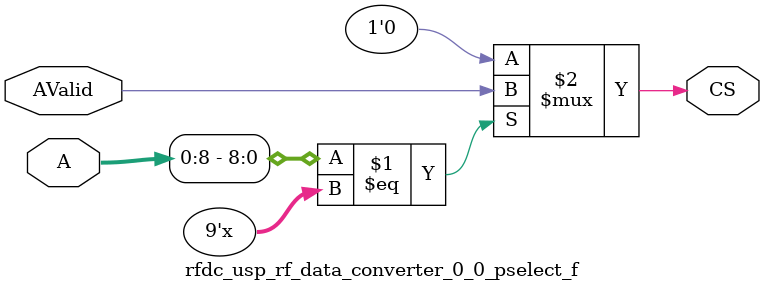
<source format=v>
`timescale 1 ps/1 ps

module rfdc_usp_rf_data_converter_0_0_pselect_f ( A, AValid, CS) ;

parameter C_AB  = 9;
parameter C_AW  = 32;
parameter [0:C_AW - 1] C_BAR =  'bz;
parameter C_FAMILY  = "nofamily";
input[0:C_AW-1] A; 
input AValid; 
output CS; 
wire CS;
parameter [0:C_AB-1]BAR = C_BAR[0:C_AB-1];

//----------------------------------------------------------------------------
// Build a behavioral decoder
//----------------------------------------------------------------------------
generate
if (C_AB > 0) begin : XST_WA
assign CS = (A[0:C_AB - 1] == BAR[0:C_AB - 1]) ? AValid : 1'b0 ;
end
endgenerate

generate
if (C_AB == 0) begin : PASS_ON_GEN
assign CS = AValid ;
end
endgenerate
endmodule

</source>
